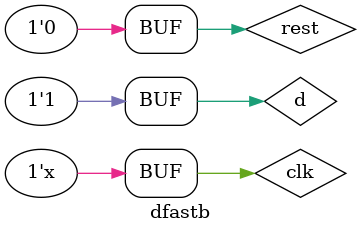
<source format=v>
`timescale 1ns / 1ps


module dfastb;

	// Inputs
	reg clk;
	reg rest;
	reg d;

	// Outputs
	wire q;

	// Instantiate the Unit Under Test (UUT)
	dfas uut (
		.clk(clk), 
		.rest(rest), 
		.d(d), 
		.q(q)
	);
	initial begin
	$monitor("$time=$g,clk=%b,rest=%b,d=%b,q=%b",$time,clk,rest,d,q);
	end
	initial begin
		// Initialize Inputs
		clk = 0;
		rest = 1;

		// Wait 100 ns for global reset to finish
		#100;rest=0;d=0;
		#100;d=1;
		end
		always
		#30 clk=~clk;
		// Add stimulus here
endmodule


</source>
